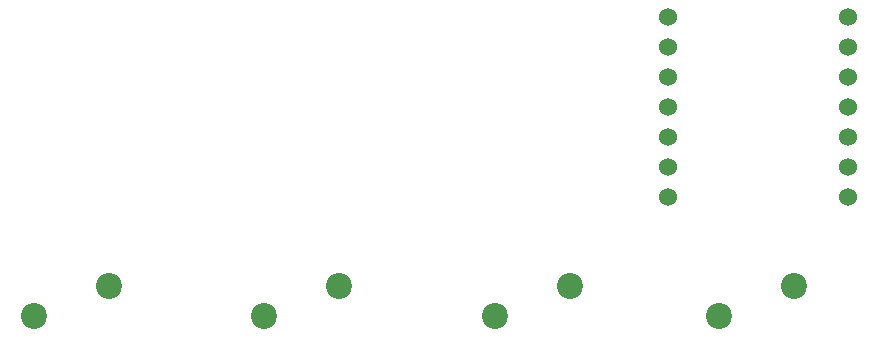
<source format=gbr>
%TF.GenerationSoftware,KiCad,Pcbnew,9.0.2*%
%TF.CreationDate,2025-06-28T12:52:55-04:00*%
%TF.ProjectId,Kicadproject1,4b696361-6470-4726-9f6a-656374312e6b,rev?*%
%TF.SameCoordinates,Original*%
%TF.FileFunction,Copper,L2,Bot*%
%TF.FilePolarity,Positive*%
%FSLAX46Y46*%
G04 Gerber Fmt 4.6, Leading zero omitted, Abs format (unit mm)*
G04 Created by KiCad (PCBNEW 9.0.2) date 2025-06-28 12:52:55*
%MOMM*%
%LPD*%
G01*
G04 APERTURE LIST*
%TA.AperFunction,ComponentPad*%
%ADD10C,2.200000*%
%TD*%
%TA.AperFunction,ComponentPad*%
%ADD11C,1.524000*%
%TD*%
G04 APERTURE END LIST*
D10*
%TO.P,SW4,2,2*%
%TO.N,Net-(U1-GPIO28{slash}ADC2{slash}A2)*%
X59690000Y-87460000D03*
%TO.P,SW4,1,1*%
%TO.N,GND*%
X66040000Y-84920000D03*
%TD*%
D11*
%TO.P,U1,1,GPIO26/ADC0/A0*%
%TO.N,Net-(U1-GPIO26{slash}ADC0{slash}A0)*%
X113380000Y-62148500D03*
%TO.P,U1,2,GPIO27/ADC1/A1*%
%TO.N,Net-(U1-GPIO27{slash}ADC1{slash}A1)*%
X113380000Y-64688500D03*
%TO.P,U1,3,GPIO28/ADC2/A2*%
%TO.N,Net-(U1-GPIO28{slash}ADC2{slash}A2)*%
X113380000Y-67228500D03*
%TO.P,U1,4,GPIO29/ADC3/A3*%
%TO.N,Net-(U1-GPIO29{slash}ADC3{slash}A3)*%
X113380000Y-69768500D03*
%TO.P,U1,5,GPIO6/SDA*%
%TO.N,unconnected-(U1-GPIO6{slash}SDA-Pad5)*%
X113380000Y-72308500D03*
%TO.P,U1,6,GPIO7/SCL*%
%TO.N,unconnected-(U1-GPIO7{slash}SCL-Pad6)*%
X113380000Y-74848500D03*
%TO.P,U1,7,GPIO0/TX*%
%TO.N,unconnected-(U1-GPIO0{slash}TX-Pad7)*%
X113380000Y-77388500D03*
%TO.P,U1,8,GPIO1/RX*%
%TO.N,unconnected-(U1-GPIO1{slash}RX-Pad8)*%
X128620000Y-77388500D03*
%TO.P,U1,9,GPIO2/SCK*%
%TO.N,unconnected-(U1-GPIO2{slash}SCK-Pad9)*%
X128620000Y-74848500D03*
%TO.P,U1,10,GPIO4/MISO*%
%TO.N,unconnected-(U1-GPIO4{slash}MISO-Pad10)*%
X128620000Y-72308500D03*
%TO.P,U1,11,GPIO3/MOSI*%
%TO.N,unconnected-(U1-GPIO3{slash}MOSI-Pad11)*%
X128620000Y-69768500D03*
%TO.P,U1,12,3V3*%
%TO.N,unconnected-(U1-3V3-Pad12)*%
X128620000Y-67228500D03*
%TO.P,U1,13,GND*%
%TO.N,GND*%
X128620000Y-64688500D03*
%TO.P,U1,14,VBUS*%
%TO.N,+5V*%
X128620000Y-62148500D03*
%TD*%
D10*
%TO.P,SW3,1,1*%
%TO.N,GND*%
X124040000Y-84920000D03*
%TO.P,SW3,2,2*%
%TO.N,Net-(U1-GPIO29{slash}ADC3{slash}A3)*%
X117690000Y-87460000D03*
%TD*%
%TO.P,SW2,1,1*%
%TO.N,GND*%
X105040000Y-84920000D03*
%TO.P,SW2,2,2*%
%TO.N,Net-(U1-GPIO26{slash}ADC0{slash}A0)*%
X98690000Y-87460000D03*
%TD*%
%TO.P,SW1,1,1*%
%TO.N,GND*%
X85540000Y-84920000D03*
%TO.P,SW1,2,2*%
%TO.N,Net-(U1-GPIO27{slash}ADC1{slash}A1)*%
X79190000Y-87460000D03*
%TD*%
M02*

</source>
